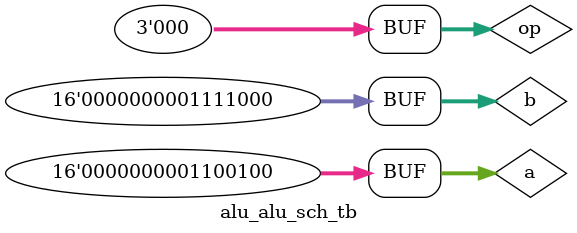
<source format=v>

`timescale 1ns / 1ps

module alu_alu_sch_tb();

// Inputs
   reg [2:0] op;
   reg [15:0] a;
   reg [15:0] b;

// Output
   wire overflow;
   wire co;
   wire zero;
   wire [15:0] Result;

// Bidirs

// Instantiate the UUT
   alu UUT (
		.op(op), 
		.a(a), 
		.b(b), 
		.overflow(overflow), 
		.co(co), 
		.zero(zero), 
		.Result(Result)
   );
// Initialize Inputs


		initial begin
		op = 0;
		a = 16'd100;
		b = 16'd120;
		#100;
		end

endmodule

</source>
